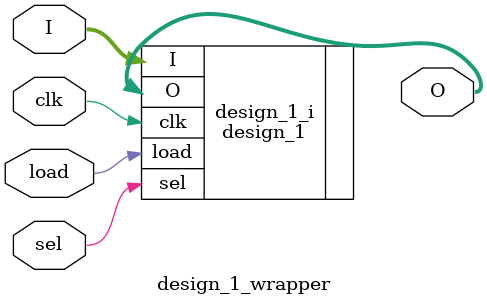
<source format=v>
`timescale 1 ps / 1 ps

module design_1_wrapper
   (I,
    O,
    clk,
    load,
    sel);
  input [7:0]I;
  output [7:0]O;
  input clk;
  input load;
  input sel;

  wire [7:0]I;
  wire [7:0]O;
  wire clk;
  wire load;
  wire sel;

  design_1 design_1_i
       (.I(I),
        .O(O),
        .clk(clk),
        .load(load),
        .sel(sel));
endmodule

</source>
